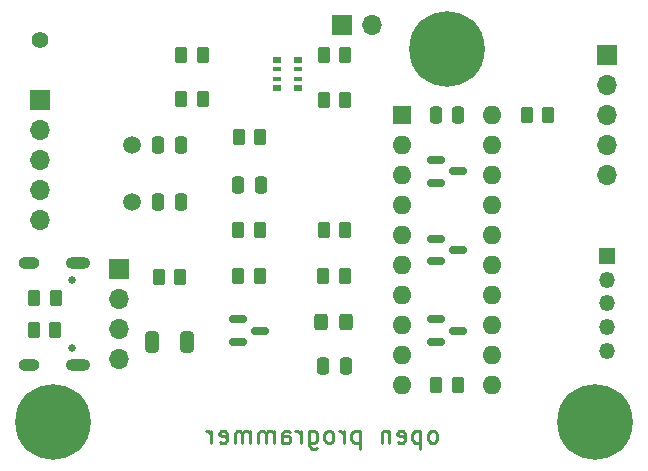
<source format=gbr>
G04 #@! TF.GenerationSoftware,KiCad,Pcbnew,7.0.11+1*
G04 #@! TF.CreationDate,2024-04-21T11:05:49+02:00*
G04 #@! TF.ProjectId,oprog_minimal,6f70726f-675f-46d6-996e-696d616c2e6b,rev?*
G04 #@! TF.SameCoordinates,PXa8d62b0PY5f13998*
G04 #@! TF.FileFunction,Soldermask,Bot*
G04 #@! TF.FilePolarity,Negative*
%FSLAX46Y46*%
G04 Gerber Fmt 4.6, Leading zero omitted, Abs format (unit mm)*
G04 Created by KiCad (PCBNEW 7.0.11+1) date 2024-04-21 11:05:49*
%MOMM*%
%LPD*%
G01*
G04 APERTURE LIST*
G04 Aperture macros list*
%AMRoundRect*
0 Rectangle with rounded corners*
0 $1 Rounding radius*
0 $2 $3 $4 $5 $6 $7 $8 $9 X,Y pos of 4 corners*
0 Add a 4 corners polygon primitive as box body*
4,1,4,$2,$3,$4,$5,$6,$7,$8,$9,$2,$3,0*
0 Add four circle primitives for the rounded corners*
1,1,$1+$1,$2,$3*
1,1,$1+$1,$4,$5*
1,1,$1+$1,$6,$7*
1,1,$1+$1,$8,$9*
0 Add four rect primitives between the rounded corners*
20,1,$1+$1,$2,$3,$4,$5,0*
20,1,$1+$1,$4,$5,$6,$7,0*
20,1,$1+$1,$6,$7,$8,$9,0*
20,1,$1+$1,$8,$9,$2,$3,0*%
G04 Aperture macros list end*
%ADD10C,0.250000*%
%ADD11C,1.500000*%
%ADD12C,0.800000*%
%ADD13C,6.400000*%
%ADD14R,1.700000X1.700000*%
%ADD15O,1.700000X1.700000*%
%ADD16R,1.350000X1.350000*%
%ADD17O,1.350000X1.350000*%
%ADD18R,1.600000X1.600000*%
%ADD19O,1.600000X1.600000*%
%ADD20C,1.400000*%
%ADD21O,1.800000X1.000000*%
%ADD22O,2.100000X1.000000*%
%ADD23C,0.650000*%
%ADD24RoundRect,0.250000X0.250000X0.475000X-0.250000X0.475000X-0.250000X-0.475000X0.250000X-0.475000X0*%
%ADD25RoundRect,0.250000X-0.262500X-0.450000X0.262500X-0.450000X0.262500X0.450000X-0.262500X0.450000X0*%
%ADD26RoundRect,0.150000X-0.587500X-0.150000X0.587500X-0.150000X0.587500X0.150000X-0.587500X0.150000X0*%
%ADD27RoundRect,0.250000X0.262500X0.450000X-0.262500X0.450000X-0.262500X-0.450000X0.262500X-0.450000X0*%
%ADD28RoundRect,0.250000X-0.250000X-0.475000X0.250000X-0.475000X0.250000X0.475000X-0.250000X0.475000X0*%
%ADD29RoundRect,0.250000X0.325000X0.650000X-0.325000X0.650000X-0.325000X-0.650000X0.325000X-0.650000X0*%
%ADD30R,0.800000X0.500000*%
%ADD31R,0.800000X0.400000*%
%ADD32RoundRect,0.250000X0.325000X0.450000X-0.325000X0.450000X-0.325000X-0.450000X0.325000X-0.450000X0*%
G04 APERTURE END LIST*
D10*
X35844570Y-36875928D02*
X35987427Y-36804500D01*
X35987427Y-36804500D02*
X36058856Y-36733071D01*
X36058856Y-36733071D02*
X36130284Y-36590214D01*
X36130284Y-36590214D02*
X36130284Y-36161642D01*
X36130284Y-36161642D02*
X36058856Y-36018785D01*
X36058856Y-36018785D02*
X35987427Y-35947357D01*
X35987427Y-35947357D02*
X35844570Y-35875928D01*
X35844570Y-35875928D02*
X35630284Y-35875928D01*
X35630284Y-35875928D02*
X35487427Y-35947357D01*
X35487427Y-35947357D02*
X35415999Y-36018785D01*
X35415999Y-36018785D02*
X35344570Y-36161642D01*
X35344570Y-36161642D02*
X35344570Y-36590214D01*
X35344570Y-36590214D02*
X35415999Y-36733071D01*
X35415999Y-36733071D02*
X35487427Y-36804500D01*
X35487427Y-36804500D02*
X35630284Y-36875928D01*
X35630284Y-36875928D02*
X35844570Y-36875928D01*
X34701713Y-35875928D02*
X34701713Y-37375928D01*
X34701713Y-35947357D02*
X34558856Y-35875928D01*
X34558856Y-35875928D02*
X34273141Y-35875928D01*
X34273141Y-35875928D02*
X34130284Y-35947357D01*
X34130284Y-35947357D02*
X34058856Y-36018785D01*
X34058856Y-36018785D02*
X33987427Y-36161642D01*
X33987427Y-36161642D02*
X33987427Y-36590214D01*
X33987427Y-36590214D02*
X34058856Y-36733071D01*
X34058856Y-36733071D02*
X34130284Y-36804500D01*
X34130284Y-36804500D02*
X34273141Y-36875928D01*
X34273141Y-36875928D02*
X34558856Y-36875928D01*
X34558856Y-36875928D02*
X34701713Y-36804500D01*
X32773141Y-36804500D02*
X32915998Y-36875928D01*
X32915998Y-36875928D02*
X33201713Y-36875928D01*
X33201713Y-36875928D02*
X33344570Y-36804500D01*
X33344570Y-36804500D02*
X33415998Y-36661642D01*
X33415998Y-36661642D02*
X33415998Y-36090214D01*
X33415998Y-36090214D02*
X33344570Y-35947357D01*
X33344570Y-35947357D02*
X33201713Y-35875928D01*
X33201713Y-35875928D02*
X32915998Y-35875928D01*
X32915998Y-35875928D02*
X32773141Y-35947357D01*
X32773141Y-35947357D02*
X32701713Y-36090214D01*
X32701713Y-36090214D02*
X32701713Y-36233071D01*
X32701713Y-36233071D02*
X33415998Y-36375928D01*
X32058856Y-35875928D02*
X32058856Y-36875928D01*
X32058856Y-36018785D02*
X31987427Y-35947357D01*
X31987427Y-35947357D02*
X31844570Y-35875928D01*
X31844570Y-35875928D02*
X31630284Y-35875928D01*
X31630284Y-35875928D02*
X31487427Y-35947357D01*
X31487427Y-35947357D02*
X31415999Y-36090214D01*
X31415999Y-36090214D02*
X31415999Y-36875928D01*
X29558856Y-35875928D02*
X29558856Y-37375928D01*
X29558856Y-35947357D02*
X29415999Y-35875928D01*
X29415999Y-35875928D02*
X29130284Y-35875928D01*
X29130284Y-35875928D02*
X28987427Y-35947357D01*
X28987427Y-35947357D02*
X28915999Y-36018785D01*
X28915999Y-36018785D02*
X28844570Y-36161642D01*
X28844570Y-36161642D02*
X28844570Y-36590214D01*
X28844570Y-36590214D02*
X28915999Y-36733071D01*
X28915999Y-36733071D02*
X28987427Y-36804500D01*
X28987427Y-36804500D02*
X29130284Y-36875928D01*
X29130284Y-36875928D02*
X29415999Y-36875928D01*
X29415999Y-36875928D02*
X29558856Y-36804500D01*
X28201713Y-36875928D02*
X28201713Y-35875928D01*
X28201713Y-36161642D02*
X28130284Y-36018785D01*
X28130284Y-36018785D02*
X28058856Y-35947357D01*
X28058856Y-35947357D02*
X27915998Y-35875928D01*
X27915998Y-35875928D02*
X27773141Y-35875928D01*
X27058856Y-36875928D02*
X27201713Y-36804500D01*
X27201713Y-36804500D02*
X27273142Y-36733071D01*
X27273142Y-36733071D02*
X27344570Y-36590214D01*
X27344570Y-36590214D02*
X27344570Y-36161642D01*
X27344570Y-36161642D02*
X27273142Y-36018785D01*
X27273142Y-36018785D02*
X27201713Y-35947357D01*
X27201713Y-35947357D02*
X27058856Y-35875928D01*
X27058856Y-35875928D02*
X26844570Y-35875928D01*
X26844570Y-35875928D02*
X26701713Y-35947357D01*
X26701713Y-35947357D02*
X26630285Y-36018785D01*
X26630285Y-36018785D02*
X26558856Y-36161642D01*
X26558856Y-36161642D02*
X26558856Y-36590214D01*
X26558856Y-36590214D02*
X26630285Y-36733071D01*
X26630285Y-36733071D02*
X26701713Y-36804500D01*
X26701713Y-36804500D02*
X26844570Y-36875928D01*
X26844570Y-36875928D02*
X27058856Y-36875928D01*
X25273142Y-35875928D02*
X25273142Y-37090214D01*
X25273142Y-37090214D02*
X25344570Y-37233071D01*
X25344570Y-37233071D02*
X25415999Y-37304500D01*
X25415999Y-37304500D02*
X25558856Y-37375928D01*
X25558856Y-37375928D02*
X25773142Y-37375928D01*
X25773142Y-37375928D02*
X25915999Y-37304500D01*
X25273142Y-36804500D02*
X25415999Y-36875928D01*
X25415999Y-36875928D02*
X25701713Y-36875928D01*
X25701713Y-36875928D02*
X25844570Y-36804500D01*
X25844570Y-36804500D02*
X25915999Y-36733071D01*
X25915999Y-36733071D02*
X25987427Y-36590214D01*
X25987427Y-36590214D02*
X25987427Y-36161642D01*
X25987427Y-36161642D02*
X25915999Y-36018785D01*
X25915999Y-36018785D02*
X25844570Y-35947357D01*
X25844570Y-35947357D02*
X25701713Y-35875928D01*
X25701713Y-35875928D02*
X25415999Y-35875928D01*
X25415999Y-35875928D02*
X25273142Y-35947357D01*
X24558856Y-36875928D02*
X24558856Y-35875928D01*
X24558856Y-36161642D02*
X24487427Y-36018785D01*
X24487427Y-36018785D02*
X24415999Y-35947357D01*
X24415999Y-35947357D02*
X24273141Y-35875928D01*
X24273141Y-35875928D02*
X24130284Y-35875928D01*
X22987428Y-36875928D02*
X22987428Y-36090214D01*
X22987428Y-36090214D02*
X23058856Y-35947357D01*
X23058856Y-35947357D02*
X23201713Y-35875928D01*
X23201713Y-35875928D02*
X23487428Y-35875928D01*
X23487428Y-35875928D02*
X23630285Y-35947357D01*
X22987428Y-36804500D02*
X23130285Y-36875928D01*
X23130285Y-36875928D02*
X23487428Y-36875928D01*
X23487428Y-36875928D02*
X23630285Y-36804500D01*
X23630285Y-36804500D02*
X23701713Y-36661642D01*
X23701713Y-36661642D02*
X23701713Y-36518785D01*
X23701713Y-36518785D02*
X23630285Y-36375928D01*
X23630285Y-36375928D02*
X23487428Y-36304500D01*
X23487428Y-36304500D02*
X23130285Y-36304500D01*
X23130285Y-36304500D02*
X22987428Y-36233071D01*
X22273142Y-36875928D02*
X22273142Y-35875928D01*
X22273142Y-36018785D02*
X22201713Y-35947357D01*
X22201713Y-35947357D02*
X22058856Y-35875928D01*
X22058856Y-35875928D02*
X21844570Y-35875928D01*
X21844570Y-35875928D02*
X21701713Y-35947357D01*
X21701713Y-35947357D02*
X21630285Y-36090214D01*
X21630285Y-36090214D02*
X21630285Y-36875928D01*
X21630285Y-36090214D02*
X21558856Y-35947357D01*
X21558856Y-35947357D02*
X21415999Y-35875928D01*
X21415999Y-35875928D02*
X21201713Y-35875928D01*
X21201713Y-35875928D02*
X21058856Y-35947357D01*
X21058856Y-35947357D02*
X20987427Y-36090214D01*
X20987427Y-36090214D02*
X20987427Y-36875928D01*
X20273142Y-36875928D02*
X20273142Y-35875928D01*
X20273142Y-36018785D02*
X20201713Y-35947357D01*
X20201713Y-35947357D02*
X20058856Y-35875928D01*
X20058856Y-35875928D02*
X19844570Y-35875928D01*
X19844570Y-35875928D02*
X19701713Y-35947357D01*
X19701713Y-35947357D02*
X19630285Y-36090214D01*
X19630285Y-36090214D02*
X19630285Y-36875928D01*
X19630285Y-36090214D02*
X19558856Y-35947357D01*
X19558856Y-35947357D02*
X19415999Y-35875928D01*
X19415999Y-35875928D02*
X19201713Y-35875928D01*
X19201713Y-35875928D02*
X19058856Y-35947357D01*
X19058856Y-35947357D02*
X18987427Y-36090214D01*
X18987427Y-36090214D02*
X18987427Y-36875928D01*
X17701713Y-36804500D02*
X17844570Y-36875928D01*
X17844570Y-36875928D02*
X18130285Y-36875928D01*
X18130285Y-36875928D02*
X18273142Y-36804500D01*
X18273142Y-36804500D02*
X18344570Y-36661642D01*
X18344570Y-36661642D02*
X18344570Y-36090214D01*
X18344570Y-36090214D02*
X18273142Y-35947357D01*
X18273142Y-35947357D02*
X18130285Y-35875928D01*
X18130285Y-35875928D02*
X17844570Y-35875928D01*
X17844570Y-35875928D02*
X17701713Y-35947357D01*
X17701713Y-35947357D02*
X17630285Y-36090214D01*
X17630285Y-36090214D02*
X17630285Y-36233071D01*
X17630285Y-36233071D02*
X18344570Y-36375928D01*
X16987428Y-36875928D02*
X16987428Y-35875928D01*
X16987428Y-36161642D02*
X16915999Y-36018785D01*
X16915999Y-36018785D02*
X16844571Y-35947357D01*
X16844571Y-35947357D02*
X16701713Y-35875928D01*
X16701713Y-35875928D02*
X16558856Y-35875928D01*
D11*
X10287000Y-11633200D03*
X10287000Y-16513200D03*
D12*
X1219500Y-35115500D03*
X1922444Y-33418444D03*
X1922444Y-36812556D03*
X3619500Y-32715500D03*
D13*
X3619500Y-35115500D03*
D12*
X3619500Y-37515500D03*
X5316556Y-33418444D03*
X5316556Y-36812556D03*
X6019500Y-35115500D03*
D14*
X9194800Y-22161500D03*
D15*
X9194800Y-24701500D03*
X9194800Y-27241500D03*
X9194800Y-29781500D03*
D16*
X50546000Y-21082000D03*
D17*
X50546000Y-23082000D03*
X50546000Y-25082000D03*
X50546000Y-27082000D03*
X50546000Y-29082000D03*
D12*
X47066500Y-35115500D03*
X47769444Y-33418444D03*
X47769444Y-36812556D03*
X49466500Y-32715500D03*
D13*
X49466500Y-35115500D03*
D12*
X49466500Y-37515500D03*
X51163556Y-33418444D03*
X51163556Y-36812556D03*
X51866500Y-35115500D03*
D18*
X33147000Y-9144000D03*
D19*
X33147000Y-11684000D03*
X33147000Y-14224000D03*
X33147000Y-16764000D03*
X33147000Y-19304000D03*
X33147000Y-21844000D03*
X33147000Y-24384000D03*
X33147000Y-26924000D03*
X33147000Y-29464000D03*
X33147000Y-32004000D03*
X40767000Y-32004000D03*
X40767000Y-29464000D03*
X40767000Y-26924000D03*
X40767000Y-24384000D03*
X40767000Y-21844000D03*
X40767000Y-19304000D03*
X40767000Y-16764000D03*
X40767000Y-14224000D03*
X40767000Y-11684000D03*
X40767000Y-9144000D03*
D14*
X28067000Y-1524000D03*
D15*
X30607000Y-1524000D03*
D12*
X34557000Y-3556000D03*
X35259944Y-1858944D03*
X35259944Y-5253056D03*
X36957000Y-1156000D03*
D13*
X36957000Y-3556000D03*
D12*
X36957000Y-5956000D03*
X38654056Y-1858944D03*
X38654056Y-5253056D03*
X39357000Y-3556000D03*
D14*
X50546000Y-4064000D03*
D15*
X50546000Y-6604000D03*
X50546000Y-9144000D03*
X50546000Y-11684000D03*
X50546000Y-14224000D03*
D14*
X2540000Y-7874000D03*
D15*
X2540000Y-10414000D03*
X2540000Y-12954000D03*
X2540000Y-15494000D03*
X2540000Y-18034000D03*
D20*
X2540000Y-2794000D03*
D21*
X1541200Y-30278800D03*
D22*
X5721200Y-30278800D03*
D21*
X1541200Y-21638800D03*
D22*
X5721200Y-21638800D03*
D23*
X5221200Y-28848800D03*
X5221200Y-23068800D03*
D24*
X14412000Y-11633200D03*
X12512000Y-11633200D03*
X14412000Y-16510000D03*
X12512000Y-16510000D03*
D25*
X16279500Y-7772400D03*
X14454500Y-7772400D03*
D26*
X19255500Y-28331200D03*
X19255500Y-26431200D03*
X21130500Y-27381200D03*
D24*
X28382000Y-30416500D03*
X26482000Y-30416500D03*
D27*
X21105500Y-18846800D03*
X19280500Y-18846800D03*
D28*
X19268400Y-15049500D03*
X21168400Y-15049500D03*
D29*
X14937000Y-28371800D03*
X11987000Y-28371800D03*
D27*
X28344500Y-18846800D03*
X26519500Y-18846800D03*
X21130900Y-11023600D03*
X19305900Y-11023600D03*
D25*
X26494100Y-22783800D03*
X28319100Y-22783800D03*
X19280500Y-22783800D03*
X21105500Y-22783800D03*
D28*
X36007000Y-9144000D03*
X37907000Y-9144000D03*
D27*
X37869500Y-32004000D03*
X36044500Y-32004000D03*
D30*
X22544200Y-6838800D03*
D31*
X22544200Y-6038800D03*
X22544200Y-5238800D03*
D30*
X22544200Y-4438800D03*
X24344200Y-4438800D03*
D31*
X24344200Y-5238800D03*
X24344200Y-6038800D03*
D30*
X24344200Y-6838800D03*
D26*
X36019500Y-14843800D03*
X36019500Y-12943800D03*
X37894500Y-13893800D03*
X36019500Y-21524000D03*
X36019500Y-19624000D03*
X37894500Y-20574000D03*
X36019500Y-28331200D03*
X36019500Y-26431200D03*
X37894500Y-27381200D03*
D27*
X45514900Y-9144000D03*
X43689900Y-9144000D03*
X28344500Y-7823200D03*
X26519500Y-7823200D03*
X16279500Y-4064000D03*
X14454500Y-4064000D03*
X28344500Y-4064000D03*
X26519500Y-4064000D03*
D25*
X12549500Y-22809200D03*
X14374500Y-22809200D03*
D32*
X28380800Y-26644600D03*
X26330800Y-26644600D03*
D25*
X1983100Y-27305000D03*
X3808100Y-27305000D03*
X2008500Y-24612600D03*
X3833500Y-24612600D03*
M02*

</source>
